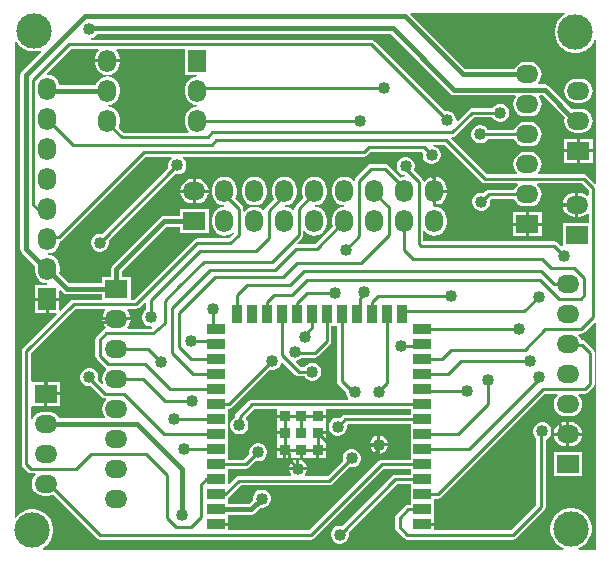
<source format=gbl>
G04*
G04 #@! TF.GenerationSoftware,Altium Limited,Altium Designer,22.10.1 (41)*
G04*
G04 Layer_Physical_Order=2*
G04 Layer_Color=16711680*
%FSTAX24Y24*%
%MOIN*%
G70*
G04*
G04 #@! TF.SameCoordinates,17841630-244F-4CFE-80E3-D5873E1B35FB*
G04*
G04*
G04 #@! TF.FilePolarity,Positive*
G04*
G01*
G75*
%ADD12C,0.0100*%
%ADD33C,0.0150*%
%ADD34R,0.0750X0.0600*%
%ADD35O,0.0600X0.0750*%
%ADD36O,0.0750X0.0600*%
%ADD37R,0.0750X0.0600*%
%ADD38O,0.0750X0.0600*%
%ADD39R,0.0600X0.0750*%
%ADD40C,0.0400*%
%ADD41C,0.1181*%
%ADD42C,0.0100*%
%ADD43R,0.0354X0.0354*%
%ADD44R,0.0591X0.0354*%
%ADD45R,0.0354X0.0591*%
G36*
X03505Y047825D02*
X03542D01*
X035424Y047775D01*
X035346Y047765D01*
X035248Y047724D01*
X035165Y04766D01*
X035101Y047577D01*
X03506Y047479D01*
X035047Y047375D01*
Y047225D01*
X03506Y047121D01*
X035101Y047023D01*
X035165Y04694D01*
X035248Y046876D01*
X035346Y046835D01*
X035422Y046825D01*
Y046775D01*
X035346Y046765D01*
X035248Y046724D01*
X035165Y04666D01*
X035101Y046577D01*
X03506Y046479D01*
X035047Y046375D01*
Y046225D01*
X03506Y046121D01*
X035101Y046023D01*
X035155Y045953D01*
X035136Y045903D01*
X032983D01*
X032818Y046068D01*
X03284Y046121D01*
X032853Y046225D01*
Y046375D01*
X03284Y046479D01*
X032799Y046577D01*
X032735Y04666D01*
X032652Y046724D01*
X032554Y046765D01*
X032478Y046775D01*
Y046825D01*
X032554Y046835D01*
X032652Y046876D01*
X032735Y04694D01*
X032799Y047023D01*
X03284Y047121D01*
X032853Y047225D01*
Y047375D01*
X03284Y047479D01*
X032799Y047577D01*
X032735Y04766D01*
X032652Y047724D01*
X032554Y047765D01*
X032478Y047775D01*
Y047825D01*
X032554Y047835D01*
X032652Y047876D01*
X032735Y04794D01*
X032799Y048023D01*
X03284Y048121D01*
X032853Y048225D01*
Y04825D01*
X03245D01*
X032047D01*
Y048225D01*
X03206Y048121D01*
X032101Y048023D01*
X032165Y04794D01*
X032248Y047876D01*
X032346Y047835D01*
X032422Y047825D01*
Y047775D01*
X032346Y047765D01*
X032248Y047724D01*
X032165Y04766D01*
X032101Y047577D01*
X03206Y047479D01*
X03206Y047478D01*
X030846D01*
X03084Y047529D01*
X030799Y047627D01*
X030735Y04771D01*
X030652Y047774D01*
X030554Y047815D01*
X03045Y047828D01*
X03044Y047827D01*
X030418Y047872D01*
X031243Y048697D01*
X032136D01*
X032155Y048647D01*
X032101Y048577D01*
X03206Y048479D01*
X032047Y048375D01*
Y04835D01*
X03245D01*
X032853D01*
Y048375D01*
X03284Y048479D01*
X032799Y048577D01*
X032745Y048647D01*
X032764Y048697D01*
X03505D01*
Y047825D01*
D02*
G37*
G36*
X047701Y049847D02*
X04761Y049786D01*
X047514Y04969D01*
X047438Y049577D01*
X047386Y049451D01*
X047359Y049318D01*
Y049182D01*
X047386Y049049D01*
X047438Y048923D01*
X047514Y04881D01*
X04761Y048714D01*
X047723Y048638D01*
X047849Y048586D01*
X047982Y048559D01*
X048118D01*
X048251Y048586D01*
X048377Y048638D01*
X04849Y048714D01*
X048586Y04881D01*
X048662Y048923D01*
X048697Y049008D01*
X048747Y048998D01*
Y044225D01*
X048701Y044205D01*
X048438Y044468D01*
X048389Y044501D01*
X04833Y044513D01*
X046821D01*
X046805Y04456D01*
X04681Y044565D01*
X046874Y044648D01*
X046915Y044746D01*
X046928Y04485D01*
X046915Y044954D01*
X046874Y045052D01*
X04681Y045135D01*
X046727Y045199D01*
X046629Y04524D01*
X046525Y045253D01*
X046375D01*
X046271Y04524D01*
X046173Y045199D01*
X04609Y045135D01*
X046026Y045052D01*
X045985Y044954D01*
X045972Y04485D01*
X045985Y044746D01*
X046026Y044648D01*
X04609Y044565D01*
X046095Y04456D01*
X046079Y044513D01*
X045103D01*
X04391Y045707D01*
X043929Y045753D01*
X043951D01*
X044009Y045764D01*
X044059Y045798D01*
X044668Y046407D01*
X045282D01*
X0453Y046376D01*
X045356Y04632D01*
X045424Y04628D01*
X0455Y04626D01*
X04558D01*
X045656Y04628D01*
X045724Y04632D01*
X04578Y046376D01*
X04582Y046444D01*
X04584Y046521D01*
Y046599D01*
X04582Y046676D01*
X04578Y046744D01*
X045724Y0468D01*
X045656Y04684D01*
X04558Y04686D01*
X0455D01*
X045424Y04684D01*
X045356Y0468D01*
X0453Y046744D01*
X045282Y046713D01*
X044605D01*
X044546Y046701D01*
X044497Y046668D01*
X04412Y046291D01*
X04407Y046312D01*
Y04636D01*
X04405Y046436D01*
X04401Y046504D01*
X043954Y04656D01*
X043886Y0466D01*
X043809Y04662D01*
X043731D01*
X043696Y046611D01*
X041348Y048958D01*
X041299Y048991D01*
X04124Y049003D01*
X031907D01*
X0319Y049053D01*
X031966Y04907D01*
X032034Y04911D01*
X03209Y049166D01*
X032111Y049202D01*
X041886D01*
X043884Y047204D01*
X043942Y047165D01*
X04401Y047152D01*
X04401Y047152D01*
X046039D01*
X046064Y047102D01*
X046026Y047052D01*
X045985Y046954D01*
X045972Y04685D01*
X045985Y046746D01*
X046026Y046648D01*
X04609Y046565D01*
X046173Y046501D01*
X046271Y04646D01*
X046375Y046447D01*
X046525D01*
X046629Y04646D01*
X046727Y046501D01*
X04681Y046565D01*
X046874Y046648D01*
X046915Y046746D01*
X046928Y04685D01*
X046915Y046954D01*
X046874Y047052D01*
X046836Y047102D01*
X046861Y047152D01*
X046946D01*
X047688Y04641D01*
X047685Y046404D01*
X047672Y0463D01*
X047685Y046196D01*
X047726Y046098D01*
X04779Y046015D01*
X047873Y045951D01*
X047971Y04591D01*
X048075Y045897D01*
X048225D01*
X048329Y04591D01*
X048427Y045951D01*
X04851Y046015D01*
X048574Y046098D01*
X048615Y046196D01*
X048628Y0463D01*
X048615Y046404D01*
X048574Y046502D01*
X04851Y046585D01*
X048427Y046649D01*
X048329Y04669D01*
X048225Y046703D01*
X048075D01*
X047971Y04669D01*
X04793Y046673D01*
X047146Y047456D01*
X047088Y047495D01*
X04702Y047508D01*
X046815D01*
X046799Y047556D01*
X04681Y047565D01*
X046874Y047648D01*
X046915Y047746D01*
X046928Y04785D01*
X046915Y047954D01*
X046874Y048052D01*
X04681Y048135D01*
X046727Y048199D01*
X046629Y04824D01*
X046525Y048253D01*
X046375D01*
X046271Y04824D01*
X046173Y048199D01*
X04609Y048135D01*
X046026Y048052D01*
X046016Y048028D01*
X044374D01*
X042551Y049851D01*
X042571Y049897D01*
X047685D01*
X047701Y049847D01*
D02*
G37*
G36*
X044932Y044252D02*
X044981Y044219D01*
X04504Y044207D01*
X046101D01*
X046118Y044157D01*
X04609Y044135D01*
X046026Y044052D01*
X046005Y044003D01*
X04516D01*
X045101Y043991D01*
X045052Y043958D01*
X044984Y043891D01*
X044949Y0439D01*
X044871D01*
X044794Y04388D01*
X044726Y04384D01*
X04467Y043784D01*
X04463Y043716D01*
X04461Y043639D01*
Y043561D01*
X04463Y043484D01*
X04467Y043416D01*
X044726Y04336D01*
X044794Y04332D01*
X044871Y0433D01*
X044949D01*
X045026Y04332D01*
X045094Y04336D01*
X04515Y043416D01*
X04519Y043484D01*
X04521Y043561D01*
Y043639D01*
X045206Y043654D01*
X045241Y043697D01*
X046005D01*
X046026Y043648D01*
X04609Y043565D01*
X046173Y043501D01*
X046271Y04346D01*
X046375Y043447D01*
X046525D01*
X046629Y04346D01*
X046727Y043501D01*
X04681Y043565D01*
X046874Y043648D01*
X046915Y043746D01*
X046928Y04385D01*
X046915Y043954D01*
X046874Y044052D01*
X04681Y044135D01*
X046782Y044157D01*
X046799Y044207D01*
X048267D01*
X048497Y043977D01*
Y043814D01*
X048447Y043795D01*
X048377Y043849D01*
X048279Y04389D01*
X048175Y043903D01*
X04815D01*
Y0435D01*
Y043097D01*
X048175D01*
X048279Y04311D01*
X048377Y043151D01*
X048447Y043205D01*
X048497Y043186D01*
Y0429D01*
X047625D01*
Y042132D01*
X047575Y042111D01*
X047458Y042228D01*
X047409Y042261D01*
X04735Y042273D01*
X042983D01*
Y042614D01*
X043033Y042631D01*
X043065Y04259D01*
X043148Y042526D01*
X043246Y042485D01*
X04335Y042472D01*
X043454Y042485D01*
X043552Y042526D01*
X043635Y04259D01*
X043699Y042673D01*
X04374Y042771D01*
X043753Y042875D01*
Y043025D01*
X04374Y043129D01*
X043699Y043227D01*
X043635Y04331D01*
X043552Y043374D01*
X043454Y043415D01*
X043378Y043425D01*
Y043475D01*
X043454Y043485D01*
X043552Y043526D01*
X043635Y04359D01*
X043699Y043673D01*
X04374Y043771D01*
X043753Y043875D01*
Y0439D01*
X04335D01*
Y04395D01*
X0433D01*
Y044422D01*
X043246Y044415D01*
X043148Y044374D01*
X043065Y04431D01*
X043031Y044267D01*
X042979Y044281D01*
X042971Y044319D01*
X042938Y044368D01*
X04266Y044647D01*
X04267Y044664D01*
X04269Y044741D01*
Y044819D01*
X04267Y044896D01*
X04263Y044964D01*
X042574Y04502D01*
X042506Y04506D01*
X042429Y04508D01*
X042351D01*
X042274Y04506D01*
X042206Y04502D01*
X04215Y044964D01*
X04211Y044896D01*
X04209Y044819D01*
Y044741D01*
X04211Y044664D01*
X04215Y044596D01*
X042206Y04454D01*
X042274Y0445D01*
X042351Y04448D01*
X042352Y044477D01*
X042352Y044473D01*
X042325Y044425D01*
X042246Y044415D01*
X042214Y044402D01*
X041808Y044808D01*
X041759Y044841D01*
X0417Y044853D01*
X04125D01*
X041191Y044841D01*
X041142Y044808D01*
X040742Y044408D01*
X040709Y044359D01*
X040699Y044309D01*
X040652Y044288D01*
X040635Y04431D01*
X040552Y044374D01*
X040454Y044415D01*
X04035Y044428D01*
X040246Y044415D01*
X040148Y044374D01*
X040065Y04431D01*
X040001Y044227D01*
X03996Y044129D01*
X039947Y044025D01*
Y043875D01*
X03996Y043771D01*
X040001Y043673D01*
X040065Y04359D01*
X040148Y043526D01*
X040246Y043485D01*
X040322Y043475D01*
Y043425D01*
X040246Y043415D01*
X040148Y043374D01*
X040065Y04331D01*
X040001Y043227D01*
X03996Y043129D01*
X039947Y043025D01*
Y042875D01*
X03996Y042776D01*
X039357Y042173D01*
X03879D01*
X038769Y042223D01*
X038938Y042392D01*
X038971Y042441D01*
X038983Y0425D01*
Y042614D01*
X039033Y042631D01*
X039065Y04259D01*
X039148Y042526D01*
X039246Y042485D01*
X03935Y042472D01*
X039454Y042485D01*
X039552Y042526D01*
X039635Y04259D01*
X039699Y042673D01*
X03974Y042771D01*
X039753Y042875D01*
Y043025D01*
X03974Y043129D01*
X039699Y043227D01*
X039635Y04331D01*
X039552Y043374D01*
X039454Y043415D01*
X039378Y043425D01*
Y043475D01*
X039454Y043485D01*
X039552Y043526D01*
X039635Y04359D01*
X039699Y043673D01*
X03974Y043771D01*
X039753Y043875D01*
Y044025D01*
X03974Y044129D01*
X039699Y044227D01*
X039635Y04431D01*
X039552Y044374D01*
X039454Y044415D01*
X03935Y044428D01*
X039246Y044415D01*
X039148Y044374D01*
X039065Y04431D01*
X039001Y044227D01*
X03896Y044129D01*
X038947Y044025D01*
Y043875D01*
X03896Y043771D01*
X038979Y043725D01*
X038722Y043468D01*
X038689Y043419D01*
X038677Y04336D01*
Y04333D01*
X038627Y043317D01*
X038552Y043374D01*
X038454Y043415D01*
X038378Y043425D01*
Y043475D01*
X038454Y043485D01*
X038552Y043526D01*
X038635Y04359D01*
X038699Y043673D01*
X03874Y043771D01*
X038753Y043875D01*
Y044025D01*
X03874Y044129D01*
X038699Y044227D01*
X038635Y04431D01*
X038552Y044374D01*
X038454Y044415D01*
X03835Y044428D01*
X038246Y044415D01*
X038148Y044374D01*
X038065Y04431D01*
X038001Y044227D01*
X03796Y044129D01*
X037947Y044025D01*
Y043875D01*
X03796Y043771D01*
X037997Y043683D01*
X037717Y043403D01*
X037684Y043354D01*
X03768Y043334D01*
X037662Y043325D01*
X037626Y043318D01*
X037552Y043374D01*
X037454Y043415D01*
X037378Y043425D01*
Y043475D01*
X037454Y043485D01*
X037552Y043526D01*
X037635Y04359D01*
X037699Y043673D01*
X03774Y043771D01*
X037753Y043875D01*
Y044025D01*
X03774Y044129D01*
X037699Y044227D01*
X037635Y04431D01*
X037552Y044374D01*
X037454Y044415D01*
X03735Y044428D01*
X037246Y044415D01*
X037148Y044374D01*
X037065Y04431D01*
X037001Y044227D01*
X03696Y044129D01*
X036947Y044025D01*
Y043875D01*
X03696Y043771D01*
X037001Y043673D01*
X037065Y04359D01*
X037148Y043526D01*
X037246Y043485D01*
X037322Y043475D01*
Y043425D01*
X037246Y043415D01*
X037148Y043374D01*
X037065Y04331D01*
X037033Y043269D01*
X036983Y043286D01*
Y04337D01*
X036971Y043429D01*
X036938Y043478D01*
X036712Y043704D01*
X03674Y043771D01*
X036753Y043875D01*
Y044025D01*
X03674Y044129D01*
X036699Y044227D01*
X036635Y04431D01*
X036552Y044374D01*
X036454Y044415D01*
X03635Y044428D01*
X036246Y044415D01*
X036148Y044374D01*
X036065Y04431D01*
X036001Y044227D01*
X03596Y044129D01*
X035947Y044025D01*
Y043875D01*
X03596Y043771D01*
X036001Y043673D01*
X036065Y04359D01*
X036148Y043526D01*
X036246Y043485D01*
X036322Y043475D01*
Y043425D01*
X036246Y043415D01*
X036148Y043374D01*
X036065Y04331D01*
X036001Y043227D01*
X03596Y043129D01*
X035947Y043025D01*
Y042875D01*
X03596Y042771D01*
X036001Y042673D01*
X036065Y04259D01*
X036148Y042526D01*
X036246Y042485D01*
X03635Y042472D01*
X036454Y042485D01*
X036552Y042526D01*
X036624Y042581D01*
X036657Y042544D01*
X036487Y042373D01*
X035449D01*
X035391Y042361D01*
X035341Y042328D01*
X033346Y040333D01*
X033225D01*
Y0411D01*
X032928D01*
Y041276D01*
X034424Y042772D01*
X034875D01*
Y04255D01*
X035825D01*
Y04335D01*
X034875D01*
Y043128D01*
X03435D01*
X03435Y043128D01*
X034282Y043115D01*
X034224Y043076D01*
X034224Y043076D01*
X032624Y041476D01*
X032585Y041418D01*
X032572Y04135D01*
Y0411D01*
X032275D01*
Y040878D01*
X031174D01*
X030845Y041208D01*
X030853Y041275D01*
Y041425D01*
X03084Y041529D01*
X030799Y041627D01*
X030735Y04171D01*
X030652Y041774D01*
X030554Y041815D01*
X030478Y041825D01*
Y041875D01*
X030554Y041885D01*
X030652Y041926D01*
X030735Y04199D01*
X030799Y042073D01*
X03084Y042171D01*
X030853Y042275D01*
Y04228D01*
X030899Y042289D01*
X030948Y042322D01*
X033723Y045097D01*
X034577D01*
X034592Y045061D01*
X034593Y045047D01*
X03454Y044994D01*
X0345Y044926D01*
X03448Y04485D01*
Y04477D01*
X034489Y044736D01*
X032274Y042521D01*
X032239Y04253D01*
X03216D01*
X032084Y04251D01*
X032016Y04247D01*
X03196Y042414D01*
X03192Y042346D01*
X0319Y04227D01*
Y04219D01*
X03192Y042114D01*
X03196Y042046D01*
X032016Y04199D01*
X032084Y04195D01*
X03216Y04193D01*
X032239D01*
X032316Y04195D01*
X032384Y04199D01*
X03244Y042046D01*
X03248Y042114D01*
X0325Y04219D01*
Y04227D01*
X032491Y042304D01*
X034706Y044519D01*
X034741Y04451D01*
X03482D01*
X034896Y04453D01*
X034964Y04457D01*
X03502Y044626D01*
X03506Y044694D01*
X03508Y04477D01*
Y04485D01*
X03506Y044926D01*
X03502Y044994D01*
X034967Y045047D01*
X034968Y045061D01*
X034983Y045097D01*
X041D01*
X041059Y045109D01*
X041108Y045142D01*
X041219Y045253D01*
X042924D01*
X042959Y04521D01*
X042955Y045195D01*
Y045115D01*
X042975Y045039D01*
X043015Y044971D01*
X043071Y044915D01*
X043139Y044875D01*
X043215Y044855D01*
X043295D01*
X043371Y044875D01*
X043439Y044915D01*
X043495Y044971D01*
X043535Y045039D01*
X043555Y045115D01*
Y045195D01*
X043535Y045271D01*
X043495Y045339D01*
X043439Y045395D01*
X043371Y045435D01*
X043303Y045453D01*
X043309Y045503D01*
X043681D01*
X044932Y044252D01*
D02*
G37*
G36*
X029464Y04886D02*
X02956Y048764D01*
X029673Y048688D01*
X029799Y048636D01*
X029932Y048609D01*
X030068D01*
X030201Y048636D01*
X030221Y048644D01*
X030249Y048602D01*
X029594Y047946D01*
X029555Y047888D01*
X029542Y04782D01*
Y042027D01*
X029555Y041958D01*
X029594Y041901D01*
X030038Y041456D01*
X030038Y041456D01*
X03005Y041448D01*
X030047Y041425D01*
Y041275D01*
X03006Y041171D01*
X030101Y041073D01*
X030165Y04099D01*
X030248Y040926D01*
X030346Y040885D01*
X030424Y040875D01*
X03042Y040825D01*
X03005D01*
Y0404D01*
X03085D01*
Y040632D01*
X030896Y040651D01*
X030974Y040574D01*
X031032Y040535D01*
X0311Y040522D01*
X0311Y040522D01*
X032275D01*
Y040333D01*
X03132D01*
X031261Y040321D01*
X031212Y040288D01*
X030896Y039972D01*
X03085Y039992D01*
Y0403D01*
X0305D01*
Y039875D01*
X030733D01*
X030753Y039829D01*
X029642Y038718D01*
X029609Y038669D01*
X029597Y03861D01*
Y03485D01*
X029609Y034791D01*
X029642Y034742D01*
X029792Y034592D01*
X029841Y034559D01*
X0299Y034547D01*
X030042D01*
X030059Y0345D01*
X03004Y034485D01*
X029976Y034402D01*
X029935Y034304D01*
X029922Y0342D01*
X029935Y034096D01*
X029976Y033998D01*
X03004Y033915D01*
X030123Y033851D01*
X030221Y03381D01*
X030325Y033797D01*
X030475D01*
X030579Y03381D01*
X030646Y033838D01*
X032102Y032382D01*
X032151Y032349D01*
X03221Y032337D01*
X03924D01*
X039299Y032349D01*
X039348Y032382D01*
X041663Y034697D01*
X042555D01*
Y034503D01*
X04205D01*
X041991Y034491D01*
X041942Y034458D01*
X040274Y032791D01*
X04024Y0328D01*
X04016D01*
X040084Y03278D01*
X040016Y03274D01*
X03996Y032684D01*
X03992Y032616D01*
X0399Y03254D01*
Y03246D01*
X03992Y032384D01*
X03996Y032316D01*
X040016Y03226D01*
X040084Y03222D01*
X04016Y0322D01*
X04024D01*
X040316Y03222D01*
X040384Y03226D01*
X04044Y032316D01*
X04048Y032384D01*
X0405Y03246D01*
Y03254D01*
X040491Y032574D01*
X042113Y034197D01*
X042555D01*
Y034073D01*
Y033503D01*
X04248D01*
X042421Y033491D01*
X042372Y033458D01*
X042082Y033168D01*
X042049Y033119D01*
X042037Y03306D01*
Y03275D01*
X042049Y032691D01*
X042082Y032642D01*
X042342Y032382D01*
X042391Y032349D01*
X04245Y032337D01*
X04596D01*
X046019Y032349D01*
X046068Y032382D01*
X047008Y033322D01*
X047041Y033371D01*
X047053Y03343D01*
Y035667D01*
X047066Y03567D01*
X047134Y03571D01*
X04719Y035766D01*
X04723Y035834D01*
X04725Y03591D01*
Y035989D01*
X04723Y036066D01*
X04719Y036134D01*
X047134Y03619D01*
X047066Y03623D01*
X046989Y03625D01*
X046911D01*
X046834Y03623D01*
X046766Y03619D01*
X04671Y036134D01*
X04667Y036066D01*
X04665Y035989D01*
Y03591D01*
X04667Y035834D01*
X04671Y035766D01*
X046747Y035729D01*
Y033493D01*
X045897Y032643D01*
X043345D01*
Y0328D01*
X04295D01*
Y0329D01*
X043345D01*
Y033073D01*
Y033697D01*
X043469D01*
X043528Y033709D01*
X043577Y033742D01*
X047033Y037197D01*
X047442D01*
X047459Y03715D01*
X04744Y037135D01*
X047376Y037052D01*
X047335Y036954D01*
X047322Y03685D01*
X047335Y036746D01*
X047376Y036648D01*
X04744Y036565D01*
X047523Y036501D01*
X047621Y03646D01*
X047725Y036447D01*
X047875D01*
X047979Y03646D01*
X048077Y036501D01*
X04816Y036565D01*
X048224Y036648D01*
X048265Y036746D01*
X048278Y03685D01*
X048265Y036954D01*
X048224Y037052D01*
X04816Y037135D01*
X048141Y03715D01*
X048158Y037197D01*
X048369D01*
X048428Y037209D01*
X048477Y037242D01*
X04864Y037404D01*
X048673Y037454D01*
X048685Y037513D01*
Y038568D01*
X048673Y038627D01*
X04864Y038676D01*
X048375Y038942D01*
X048325Y038975D01*
X048266Y038987D01*
X048251D01*
X048224Y039052D01*
X04816Y039135D01*
X048141Y03915D01*
X048158Y039197D01*
X04825D01*
X048309Y039209D01*
X048358Y039242D01*
X048701Y039585D01*
X048747Y039565D01*
Y032003D01*
X048152D01*
X048142Y032053D01*
X048227Y032088D01*
X04834Y032164D01*
X048436Y03226D01*
X048512Y032373D01*
X048564Y032499D01*
X048591Y032632D01*
Y032768D01*
X048564Y032901D01*
X048512Y033027D01*
X048436Y03314D01*
X04834Y033236D01*
X048227Y033312D01*
X048101Y033364D01*
X047968Y033391D01*
X047832D01*
X047699Y033364D01*
X047573Y033312D01*
X04746Y033236D01*
X047364Y03314D01*
X047288Y033027D01*
X047236Y032901D01*
X047209Y032768D01*
Y032632D01*
X047236Y032499D01*
X047288Y032373D01*
X047364Y03226D01*
X04746Y032164D01*
X047573Y032088D01*
X047658Y032053D01*
X047648Y032003D01*
X030315D01*
X030299Y032053D01*
X03039Y032114D01*
X030486Y03221D01*
X030562Y032323D01*
X030614Y032449D01*
X030641Y032582D01*
Y032718D01*
X030614Y032851D01*
X030562Y032977D01*
X030486Y03309D01*
X03039Y033186D01*
X030277Y033262D01*
X030151Y033314D01*
X030018Y033341D01*
X029882D01*
X029749Y033314D01*
X029623Y033262D01*
X02951Y033186D01*
X029414Y03309D01*
X029401Y033071D01*
X029353Y033086D01*
Y048935D01*
X029403Y048951D01*
X029464Y04886D01*
D02*
G37*
G36*
X033747Y040236D02*
Y040008D01*
X033716Y03999D01*
X03366Y039934D01*
X03362Y039866D01*
X0336Y03979D01*
Y039711D01*
X03362Y039634D01*
X03366Y039566D01*
X033716Y03951D01*
X033784Y03947D01*
X03386Y03945D01*
X033913D01*
X033931Y0394D01*
X033885Y039361D01*
X033119D01*
X033103Y039409D01*
X03311Y039415D01*
X033174Y039498D01*
X033215Y039596D01*
X033222Y03965D01*
X03275D01*
X032278D01*
X032285Y039596D01*
X032326Y039498D01*
X03239Y039415D01*
X032396Y03941D01*
X032382Y039357D01*
X032345Y03935D01*
X032295Y039317D01*
X032092Y039113D01*
X032059Y039064D01*
X032047Y039005D01*
Y03847D01*
X032059Y038411D01*
X032092Y038362D01*
X032372Y038082D01*
X032405Y03806D01*
X032413Y038003D01*
X03239Y037985D01*
X032326Y037902D01*
X032285Y037804D01*
X032272Y0377D01*
X032285Y037596D01*
X032309Y037538D01*
X032267Y037509D01*
X032132Y037644D01*
X03215Y03771D01*
Y037789D01*
X03213Y037866D01*
X03209Y037934D01*
X032034Y03799D01*
X031966Y03803D01*
X03189Y03805D01*
X031811D01*
X031734Y03803D01*
X031666Y03799D01*
X03161Y037934D01*
X03157Y037866D01*
X03155Y037789D01*
Y03771D01*
X03157Y037634D01*
X03161Y037566D01*
X031666Y03751D01*
X031734Y03747D01*
X031811Y03745D01*
X03189D01*
X031893Y037451D01*
X032252Y037092D01*
X032301Y037059D01*
X03236Y037047D01*
X032392D01*
X032409Y037D01*
X03239Y036985D01*
X032326Y036902D01*
X032285Y036804D01*
X032272Y0367D01*
X032285Y036596D01*
X032326Y036498D01*
X032379Y036428D01*
X03236Y036378D01*
X030834D01*
X030824Y036402D01*
X03076Y036485D01*
X030677Y036549D01*
X030579Y03659D01*
X030475Y036603D01*
X030325D01*
X030221Y03659D01*
X030123Y036549D01*
X03004Y036485D01*
X029976Y036402D01*
X029953Y036347D01*
X029903Y036357D01*
Y036759D01*
X029925Y0368D01*
X029953Y0368D01*
X03035D01*
Y0372D01*
Y0376D01*
X029953D01*
X029925Y0376D01*
X029903Y037641D01*
Y038547D01*
X031383Y040027D01*
X03237D01*
X032383Y039977D01*
X032326Y039902D01*
X032285Y039804D01*
X032278Y03975D01*
X03275D01*
X033222D01*
X033215Y039804D01*
X033174Y039902D01*
X033117Y039977D01*
X03313Y040027D01*
X033409D01*
X033468Y040039D01*
X033517Y040072D01*
X033701Y040255D01*
X033747Y040236D01*
D02*
G37*
G36*
X040102Y037615D02*
X040114Y037556D01*
X040147Y037507D01*
X0404Y037254D01*
Y037211D01*
X04042Y037134D01*
X04046Y037066D01*
X040473Y037053D01*
X040452Y037003D01*
X03727D01*
X037211Y036991D01*
X037162Y036958D01*
X036749Y036546D01*
X036716Y036496D01*
X036705Y036437D01*
Y036412D01*
X036666Y03639D01*
X03661Y036334D01*
X03657Y036266D01*
X03655Y036189D01*
Y03611D01*
X03657Y036034D01*
X03661Y035966D01*
X036666Y03591D01*
X036734Y03587D01*
X036811Y03585D01*
X03689D01*
X036966Y03587D01*
X037034Y03591D01*
X03709Y035966D01*
X03713Y036034D01*
X03715Y03611D01*
Y036189D01*
X03713Y036266D01*
X03709Y036334D01*
X037066Y036359D01*
X037064Y036428D01*
X037333Y036697D01*
X038086D01*
Y036491D01*
X038363D01*
Y036391D01*
X038086D01*
Y036163D01*
Y035939D01*
X038363D01*
Y035839D01*
X038086D01*
Y035612D01*
Y035388D01*
X038363D01*
Y035338D01*
X038413D01*
Y035061D01*
X038865D01*
Y035338D01*
X038965D01*
Y035061D01*
X039416D01*
Y035338D01*
X039466D01*
Y035388D01*
X039743D01*
Y035612D01*
Y035839D01*
X039466D01*
Y035939D01*
X039743D01*
Y036163D01*
Y036391D01*
X039466D01*
Y036491D01*
X039743D01*
Y036697D01*
X042555D01*
Y036503D01*
X04038D01*
X040321Y036491D01*
X040272Y036458D01*
X040204Y036391D01*
X04017Y0364D01*
X04009D01*
X040014Y03638D01*
X039946Y03634D01*
X03989Y036284D01*
X03985Y036216D01*
X03983Y03614D01*
Y036061D01*
X03985Y035984D01*
X03989Y035916D01*
X039946Y03586D01*
X040014Y03582D01*
X04009Y0358D01*
X04017D01*
X040246Y03582D01*
X040314Y03586D01*
X04037Y035916D01*
X04041Y035984D01*
X04043Y036061D01*
Y03614D01*
X040426Y036154D01*
X040461Y036197D01*
X042555D01*
Y035573D01*
Y035003D01*
X0416D01*
X041541Y034991D01*
X041492Y034958D01*
X039177Y032643D01*
X036456D01*
Y0328D01*
X03606D01*
Y0329D01*
X036456D01*
Y033172D01*
X03725D01*
X037318Y033185D01*
X037376Y033224D01*
X037554Y033402D01*
X037561Y0334D01*
X03764D01*
X037716Y03342D01*
X037784Y03346D01*
X03784Y033516D01*
X03788Y033584D01*
X0379Y033661D01*
Y03374D01*
X03788Y033816D01*
X03784Y033884D01*
X037784Y03394D01*
X037716Y03398D01*
X03764Y034D01*
X037561D01*
X037484Y03398D01*
X037416Y03394D01*
X03736Y033884D01*
X03732Y033816D01*
X0373Y03374D01*
Y033661D01*
X037302Y033654D01*
X037176Y033528D01*
X036456D01*
Y03372D01*
X036488Y033742D01*
X036893Y034147D01*
X03985D01*
X039909Y034159D01*
X039958Y034192D01*
X040516Y034749D01*
X04055Y03474D01*
X04063D01*
X040706Y03476D01*
X040774Y0348D01*
X04083Y034856D01*
X04087Y034924D01*
X04089Y035001D01*
Y03508D01*
X04087Y035156D01*
X04083Y035224D01*
X040774Y03528D01*
X040706Y03532D01*
X04063Y03534D01*
X04055D01*
X040474Y03532D01*
X040406Y03528D01*
X04035Y035224D01*
X04031Y035156D01*
X04029Y03508D01*
Y035001D01*
X040299Y034966D01*
X039787Y034453D01*
X039048D01*
X039027Y034503D01*
X03904Y034516D01*
X03908Y034584D01*
X039097Y03465D01*
X038503D01*
X03852Y034584D01*
X03856Y034516D01*
X038573Y034503D01*
X038552Y034453D01*
X03683D01*
X036771Y034441D01*
X036722Y034408D01*
X036502Y034188D01*
X036456Y034207D01*
Y034697D01*
X03707D01*
X037129Y034709D01*
X037178Y034742D01*
X037396Y034959D01*
X037431Y03495D01*
X03751D01*
X037586Y03497D01*
X037654Y03501D01*
X03771Y035066D01*
X03775Y035134D01*
X03777Y03521D01*
Y035289D01*
X03775Y035366D01*
X03771Y035434D01*
X037654Y03549D01*
X037586Y03553D01*
X03751Y03555D01*
X037431D01*
X037354Y03553D01*
X037286Y03549D01*
X03723Y035434D01*
X03719Y035366D01*
X03717Y035289D01*
Y03521D01*
X037179Y035176D01*
X037007Y035003D01*
X036456D01*
Y035573D01*
Y036073D01*
Y036697D01*
X0365D01*
X036559Y036709D01*
X036608Y036742D01*
X037876Y038009D01*
X03791Y038D01*
X037989D01*
X038066Y03802D01*
X038134Y03806D01*
X03819Y038116D01*
X03823Y038184D01*
X03824Y038223D01*
X038296Y038238D01*
X038715Y037819D01*
X038765Y037786D01*
X038823Y037774D01*
X039019D01*
X039037Y037743D01*
X039093Y037687D01*
X039161Y037647D01*
X039237Y037627D01*
X039316D01*
X039393Y037647D01*
X039461Y037687D01*
X039517Y037743D01*
X039556Y037811D01*
X039577Y037887D01*
Y037966D01*
X039556Y038043D01*
X039517Y038111D01*
X039461Y038167D01*
X039393Y038206D01*
X039316Y038227D01*
X039237D01*
X039161Y038206D01*
X039093Y038167D01*
X039037Y038111D01*
X039019Y03808D01*
X038886D01*
X038712Y038254D01*
X038732Y0383D01*
X03874D01*
X038816Y03832D01*
X038884Y03836D01*
X038921Y038397D01*
X039353D01*
X039412Y038409D01*
X039461Y038442D01*
X039863Y038844D01*
X039896Y038894D01*
X039908Y038952D01*
Y039447D01*
X040102D01*
Y037615D01*
D02*
G37*
%LPC*%
G36*
X048225Y047703D02*
X048075D01*
X047971Y04769D01*
X047873Y047649D01*
X04779Y047585D01*
X047726Y047502D01*
X047685Y047404D01*
X047672Y0473D01*
X047685Y047196D01*
X047726Y047098D01*
X04779Y047015D01*
X047873Y046951D01*
X047971Y04691D01*
X048075Y046897D01*
X048225D01*
X048329Y04691D01*
X048427Y046951D01*
X04851Y047015D01*
X048574Y047098D01*
X048615Y047196D01*
X048628Y0473D01*
X048615Y047404D01*
X048574Y047502D01*
X04851Y047585D01*
X048427Y047649D01*
X048329Y04769D01*
X048225Y047703D01*
D02*
G37*
G36*
X046525Y046253D02*
X046375D01*
X046271Y04624D01*
X046173Y046199D01*
X04609Y046135D01*
X046026Y046052D01*
X046005Y046003D01*
X045133D01*
X045115Y046034D01*
X045059Y04609D01*
X044991Y04613D01*
X044914Y04615D01*
X044836D01*
X044759Y04613D01*
X044691Y04609D01*
X044635Y046034D01*
X044595Y045966D01*
X044575Y04589D01*
Y04581D01*
X044595Y045734D01*
X044635Y045666D01*
X044691Y04561D01*
X044759Y04557D01*
X044836Y04555D01*
X044914D01*
X044991Y04557D01*
X045059Y04561D01*
X045115Y045666D01*
X045133Y045697D01*
X046005D01*
X046026Y045648D01*
X04609Y045565D01*
X046173Y045501D01*
X046271Y04546D01*
X046375Y045447D01*
X046525D01*
X046629Y04546D01*
X046727Y045501D01*
X04681Y045565D01*
X046874Y045648D01*
X046915Y045746D01*
X046928Y04585D01*
X046915Y045954D01*
X046874Y046052D01*
X04681Y046135D01*
X046727Y046199D01*
X046629Y04624D01*
X046525Y046253D01*
D02*
G37*
G36*
X048625Y0457D02*
X0482D01*
Y04535D01*
X048625D01*
Y0457D01*
D02*
G37*
G36*
X0481D02*
X047675D01*
Y04535D01*
X0481D01*
Y0457D01*
D02*
G37*
G36*
X048625Y04525D02*
X0482D01*
Y0449D01*
X048625D01*
Y04525D01*
D02*
G37*
G36*
X0481D02*
X047675D01*
Y0449D01*
X0481D01*
Y04525D01*
D02*
G37*
G36*
X0434Y044422D02*
Y044D01*
X043753D01*
Y044025D01*
X04374Y044129D01*
X043699Y044227D01*
X043635Y04431D01*
X043552Y044374D01*
X043454Y044415D01*
X0434Y044422D01*
D02*
G37*
G36*
X035425Y044353D02*
X0354D01*
Y044D01*
X035822D01*
X035815Y044054D01*
X035774Y044152D01*
X03571Y044235D01*
X035627Y044299D01*
X035529Y04434D01*
X035425Y044353D01*
D02*
G37*
G36*
X0353D02*
X035275D01*
X035171Y04434D01*
X035073Y044299D01*
X03499Y044235D01*
X034926Y044152D01*
X034885Y044054D01*
X034878Y044D01*
X0353D01*
Y044353D01*
D02*
G37*
G36*
X04805Y043903D02*
X048025D01*
X047921Y04389D01*
X047823Y043849D01*
X04774Y043785D01*
X047676Y043702D01*
X047635Y043604D01*
X047628Y04355D01*
X04805D01*
Y043903D01*
D02*
G37*
G36*
X035822Y0439D02*
X0354D01*
Y043547D01*
X035425D01*
X035529Y04356D01*
X035627Y043601D01*
X03571Y043665D01*
X035774Y043748D01*
X035815Y043846D01*
X035822Y0439D01*
D02*
G37*
G36*
X0353D02*
X034878D01*
X034885Y043846D01*
X034926Y043748D01*
X03499Y043665D01*
X035073Y043601D01*
X035171Y04356D01*
X035275Y043547D01*
X0353D01*
Y0439D01*
D02*
G37*
G36*
X04805Y04345D02*
X047628D01*
X047635Y043396D01*
X047676Y043298D01*
X04774Y043215D01*
X047823Y043151D01*
X047921Y04311D01*
X048025Y043097D01*
X04805D01*
Y04345D01*
D02*
G37*
G36*
X046925Y04325D02*
X0465D01*
Y0429D01*
X046925D01*
Y04325D01*
D02*
G37*
G36*
X0464D02*
X045975D01*
Y0429D01*
X0464D01*
Y04325D01*
D02*
G37*
G36*
X046925Y0428D02*
X0465D01*
Y04245D01*
X046925D01*
Y0428D01*
D02*
G37*
G36*
X0464D02*
X045975D01*
Y04245D01*
X0464D01*
Y0428D01*
D02*
G37*
G36*
X0304Y0403D02*
X03005D01*
Y039875D01*
X0304D01*
Y0403D01*
D02*
G37*
G36*
X047875Y036253D02*
X04785D01*
Y0359D01*
X048272D01*
X048265Y035954D01*
X048224Y036052D01*
X04816Y036135D01*
X048077Y036199D01*
X047979Y03624D01*
X047875Y036253D01*
D02*
G37*
G36*
X04775D02*
X047725D01*
X047621Y03624D01*
X047523Y036199D01*
X04744Y036135D01*
X047376Y036052D01*
X047335Y035954D01*
X047328Y0359D01*
X04775D01*
Y036253D01*
D02*
G37*
G36*
X048272Y0358D02*
X04785D01*
Y035447D01*
X047875D01*
X047979Y03546D01*
X048077Y035501D01*
X04816Y035565D01*
X048224Y035648D01*
X048265Y035746D01*
X048272Y0358D01*
D02*
G37*
G36*
X04775D02*
X047328D01*
X047335Y035746D01*
X047376Y035648D01*
X04744Y035565D01*
X047523Y035501D01*
X047621Y03546D01*
X047725Y035447D01*
X04775D01*
Y0358D01*
D02*
G37*
G36*
X048275Y03525D02*
X047325D01*
Y03445D01*
X048275D01*
Y03525D01*
D02*
G37*
G36*
X03045Y0376D02*
Y03725D01*
X030875D01*
Y0376D01*
X03045D01*
D02*
G37*
G36*
X030875Y03715D02*
X03045D01*
Y0368D01*
X030875D01*
Y03715D01*
D02*
G37*
G36*
X04155Y035797D02*
Y03555D01*
X041797D01*
X04178Y035616D01*
X04174Y035684D01*
X041684Y03574D01*
X041616Y03578D01*
X04155Y035797D01*
D02*
G37*
G36*
X04145D02*
X041384Y03578D01*
X041316Y03574D01*
X04126Y035684D01*
X04122Y035616D01*
X041203Y03555D01*
X04145D01*
Y035797D01*
D02*
G37*
G36*
X041797Y03545D02*
X04155D01*
Y035203D01*
X041616Y03522D01*
X041684Y03526D01*
X04174Y035316D01*
X04178Y035384D01*
X041797Y03545D01*
D02*
G37*
G36*
X04145D02*
X041203D01*
X04122Y035384D01*
X04126Y035316D01*
X041316Y03526D01*
X041384Y03522D01*
X04145Y035203D01*
Y03545D01*
D02*
G37*
G36*
X039743Y035288D02*
X039516D01*
Y035061D01*
X039743D01*
Y035288D01*
D02*
G37*
G36*
X038313D02*
X038086D01*
Y035061D01*
X038313D01*
Y035288D01*
D02*
G37*
G36*
X03885Y034997D02*
Y03475D01*
X039097D01*
X03908Y034816D01*
X03904Y034884D01*
X038984Y03494D01*
X038916Y03498D01*
X03885Y034997D01*
D02*
G37*
G36*
X03875D02*
X038684Y03498D01*
X038616Y03494D01*
X03856Y034884D01*
X03852Y034816D01*
X038503Y03475D01*
X03875D01*
Y034997D01*
D02*
G37*
%LPD*%
D12*
X03905Y0391D02*
Y039181D01*
X039255Y039386D01*
Y039842D01*
X0387Y0386D02*
X03875Y03855D01*
X039353D01*
X039755Y038952D01*
X038491Y035009D02*
X0388Y0347D01*
X03985Y0343D02*
X04059Y03504D01*
X03638Y03385D02*
X03683Y0343D01*
X03985D01*
X038491Y035009D02*
Y035211D01*
X038363Y035338D02*
X038491Y035211D01*
X03185Y03771D02*
Y03775D01*
Y03771D02*
X03236Y0372D01*
X02975Y03861D02*
X03132Y04018D01*
X02975Y03485D02*
Y03861D01*
Y03485D02*
X0299Y0347D01*
X0314D01*
X0319Y0352D01*
X03372D01*
X03221Y03249D02*
X03924D01*
X03045Y03425D02*
X03221Y03249D01*
X0304Y0372D02*
Y0383D01*
X031704Y039604D02*
X032654D01*
X0304Y0383D02*
X031704Y039604D01*
X032654D02*
X03275Y0397D01*
X0402Y0325D02*
X04205Y03435D01*
X04295D01*
X03606Y03685D02*
X0365D01*
X03795Y0383D01*
X038255Y038495D02*
X038823Y037927D01*
X038255Y038495D02*
Y039842D01*
X038823Y037927D02*
X039277D01*
X03596Y03935D02*
X03606D01*
X03596D02*
Y04003D01*
X040882Y040401D02*
X041Y040519D01*
X040882Y039969D02*
Y040401D01*
X041Y040519D02*
Y0406D01*
X040755Y039842D02*
X040882Y039969D01*
X0404Y042D02*
X04085Y04245D01*
Y0443D01*
X04089Y04155D02*
X04183Y04249D01*
X03876Y04155D02*
X04089D01*
X03829Y04108D02*
X03876Y04155D01*
X0391Y041D02*
X046875D01*
X0386Y0405D02*
X0391Y041D01*
X046875D02*
X047505Y04037D01*
X03901Y0413D02*
X0469D01*
X03854Y04083D02*
X03901Y0413D01*
X0469D02*
X047334Y040866D01*
X04265Y0417D02*
X04695D01*
X04725Y0414D02*
X048D01*
X04695Y0417D02*
X04725Y0414D01*
X0391Y04055D02*
X04005D01*
X038779Y040229D02*
X0391Y04055D01*
X047334Y040866D02*
X047784D01*
X0478Y04085D01*
X04235Y042D02*
X04265Y0417D01*
X0346Y04005D02*
X03588Y04133D01*
X0346Y03855D02*
X0353Y03785D01*
X0346Y03855D02*
Y04005D01*
X03485Y03875D02*
Y0399D01*
X03603Y04108D01*
X03485Y03875D02*
X03525Y03835D01*
Y03895D02*
X03596D01*
X03606Y03885D01*
X03525Y03835D02*
X03606D01*
X0353Y03785D02*
X03606D01*
X0429Y0388D02*
X04295Y03885D01*
X04225Y0388D02*
X0429D01*
X0469Y03343D02*
Y0359D01*
X04596Y03249D02*
X0469Y03343D01*
Y0359D02*
X04695Y03595D01*
X04665Y0364D02*
X047301D01*
X047521Y03618D01*
X04625Y036D02*
X04665Y0364D01*
X04625Y03379D02*
Y036D01*
X04515Y03685D02*
Y03765D01*
X04415Y03585D02*
X04515Y03685D01*
X043Y0373D02*
X04445D01*
X04295Y03735D02*
X043Y0373D01*
X04295Y03585D02*
X04415D01*
X04685Y0377D02*
Y03775D01*
X0445Y03535D02*
X04685Y0377D01*
X04295Y03535D02*
X0445D01*
X036857Y036157D02*
Y036437D01*
X03727Y03685D01*
X03685Y03615D02*
X036857Y036157D01*
X035Y03535D02*
X03606D01*
X041255Y04025D02*
X041455Y04045D01*
X0439D01*
X03727Y03685D02*
X04295D01*
X04062Y03725D02*
X0407D01*
X040255Y037615D02*
X04062Y03725D01*
X0415Y037305D02*
X041755Y037561D01*
X0415Y03725D02*
Y037305D01*
X041755Y037561D02*
Y039842D01*
X041443Y035443D02*
X0415Y0355D01*
X039Y03285D02*
X041443Y035293D01*
X03606Y03285D02*
X039D01*
X041443Y035293D02*
Y035443D01*
X0416Y03485D02*
X04295D01*
X03924Y03249D02*
X0416Y03485D01*
X039466Y035889D02*
X039855Y0355D01*
X0415D01*
X038005Y0405D02*
X0386D01*
X037755Y04025D02*
X038005Y0405D01*
X038755Y039842D02*
X038779Y039866D01*
Y040229D01*
X041406Y045156D02*
X042589D01*
X035549Y045D02*
X04125D01*
X041406Y045156D01*
X041156Y045406D02*
X043004D01*
X03366Y04525D02*
X041D01*
X041156Y045406D01*
X03045Y04635D02*
X0313Y0455D01*
X035925D01*
X02997Y04764D02*
X03118Y04885D01*
X04124D01*
X0438Y03785D02*
X04424Y03829D01*
X04295Y03785D02*
X0438D01*
X043908Y038658D02*
X046358D01*
X04295Y03835D02*
X0436D01*
X043908Y038658D01*
X04424Y03829D02*
X04655D01*
X04705Y03935D02*
X04825D01*
X046358Y038658D02*
X04705Y03935D01*
X047816Y038834D02*
X048266D01*
X048532Y037513D02*
Y038568D01*
X0478Y03885D02*
X047816Y038834D01*
X048266D02*
X048532Y038568D01*
X048369Y03735D02*
X048532Y037513D01*
X046969Y03735D02*
X048369D01*
X04295Y03385D02*
X043469D01*
X046969Y03735D01*
X04531Y03285D02*
X04625Y03379D01*
X047521Y036159D02*
Y03618D01*
X047749Y03585D02*
Y035931D01*
X047521Y036159D02*
X047749Y035931D01*
Y03585D02*
X0478D01*
X0417Y0447D02*
X04235Y04405D01*
Y04395D02*
Y04405D01*
X04125Y0447D02*
X0417D01*
X03804Y04133D02*
X03873Y04202D01*
X03942D01*
X04035Y04295D01*
X0374Y04195D02*
X037825Y042375D01*
X03554Y04195D02*
X0374D01*
X037825Y042375D02*
Y043295D01*
X03603Y04108D02*
X03829D01*
X03588Y04133D02*
X03804D01*
X032404Y039209D02*
X03394D01*
X033968Y039232D01*
X033968Y039232D02*
X034326Y039529D01*
X034358Y039561D02*
Y040304D01*
X034326Y039529D02*
X034329Y039532D01*
X034329Y039532D02*
X034358Y039561D01*
X03483Y040776D02*
Y040776D01*
X034358Y040304D02*
X03483Y040776D01*
Y040776D02*
X035654Y0416D01*
X03793D01*
X0339Y03975D02*
Y04031D01*
X03554Y04195D01*
X03683Y0425D02*
Y04337D01*
X03635Y04385D02*
Y04395D01*
Y04385D02*
X03683Y04337D01*
X04335Y0435D02*
X04421D01*
X03045Y04243D02*
X03084D01*
X03545Y04738D02*
X04166D01*
X042255Y03994D02*
X04634D01*
X04295Y03935D02*
X04617D01*
X04183Y04249D02*
Y04342D01*
X04135Y0439D02*
X04183Y04342D01*
X04135Y0439D02*
Y04395D01*
X034531Y03735D02*
X03606D01*
X033691Y03819D02*
X034531Y03735D01*
X03248Y03819D02*
X033691D01*
X0322Y03847D02*
X03248Y03819D01*
X0322Y03847D02*
Y039005D01*
X032404Y039209D01*
X03793Y0416D02*
X03883Y0425D01*
Y04336D01*
X03935Y04388D01*
Y04395D01*
X03606Y03385D02*
X03638D01*
X03236Y0372D02*
X033D01*
X03435Y03585D01*
X03606D01*
X035925Y0455D02*
X036081Y045656D01*
X043744D01*
X04504Y04436D01*
X04833D01*
X04865Y04404D01*
Y03975D02*
Y04404D01*
X04825Y03935D02*
X04865Y03975D01*
X04038Y03635D02*
X04295D01*
X04013Y0361D02*
X04038Y03635D01*
X03045Y04235D02*
Y04243D01*
X03084D02*
X03366Y04525D01*
X043004Y045406D02*
X043255Y045155D01*
X03012Y04335D02*
X03045D01*
X02997Y0435D02*
X03012Y04335D01*
X02997Y0435D02*
Y04764D01*
X04124Y04885D02*
X04377Y04632D01*
X041255Y039842D02*
Y04025D01*
X04245Y03249D02*
X04596D01*
X04219Y03275D02*
X04245Y03249D01*
X04219Y03275D02*
Y03306D01*
X04248Y03335D01*
X04295D01*
X03545Y0463D02*
X04087D01*
X04239Y0447D02*
Y04478D01*
Y0447D02*
X04283Y04426D01*
Y0422D02*
Y04426D01*
Y0422D02*
X04291Y04212D01*
X04735D01*
X04768Y04179D01*
X044605Y04656D02*
X04554D01*
X043951Y045906D02*
X044605Y04656D01*
X035951Y045906D02*
X043951D01*
X035795Y04575D02*
X035951Y045906D01*
X03292Y04575D02*
X035795D01*
X03245Y04622D02*
X03292Y04575D01*
X03245Y04622D02*
Y0463D01*
X03545Y0473D02*
Y04738D01*
X03275Y0377D02*
X033625D01*
X03382Y037505D01*
X03437Y03695D01*
X03528D01*
X040255Y037615D02*
Y039842D01*
X044875Y04585D02*
X04645D01*
X03606Y03485D02*
X03707D01*
X03747Y03525D01*
X03655Y04222D02*
X03683Y0425D01*
X035449Y04222D02*
X03655D01*
X033409Y04018D02*
X035449Y04222D01*
X03132Y04018D02*
X033409D01*
X03372Y0352D02*
X03444Y03448D01*
Y03307D02*
Y03448D01*
Y03307D02*
X03475Y03276D01*
X03525D01*
X03557Y03308D01*
Y03417D01*
X03575Y03435D01*
X03606D01*
X034655Y03635D02*
X03606D01*
X037825Y043295D02*
X03835Y04382D01*
Y04395D01*
X03535D02*
Y044801D01*
X035549Y045D01*
X042589Y045156D02*
X04335Y044395D01*
Y04395D02*
Y044395D01*
X04085Y0443D02*
X04125Y0447D01*
X04634Y03994D02*
X04683Y04043D01*
X042255Y039842D02*
Y03994D01*
X04516Y04385D02*
X04645D01*
X04491Y0436D02*
X04516Y04385D01*
X04235Y042D02*
Y04295D01*
X048Y0414D02*
X04835Y04105D01*
Y0405D02*
Y04105D01*
X04822Y04037D02*
X04835Y0405D01*
X047505Y04037D02*
X04822D01*
X037755Y039842D02*
Y04025D01*
X04295Y03285D02*
X04531D01*
X0322Y04223D02*
X03478Y04481D01*
X037085Y04083D02*
X03854D01*
X036755Y0405D02*
X037085Y04083D01*
X036755Y039842D02*
Y0405D01*
X03275Y0387D02*
X03379D01*
X03422Y03827D01*
X039755Y038952D02*
Y039842D01*
X04754Y0435D02*
X0481D01*
X04729Y04325D02*
X04754Y0435D01*
X04729Y04314D02*
Y04325D01*
X047Y04285D02*
X04729Y04314D01*
X04645Y04285D02*
X047D01*
X04335Y0435D02*
Y04395D01*
X04421Y0435D02*
X04486Y04285D01*
X04645D01*
X038915Y036441D02*
X039466D01*
X038915Y035889D02*
Y036441D01*
X038363D02*
X038915D01*
X038363Y035338D02*
Y035889D01*
Y036441D01*
X039466Y035338D02*
Y035889D01*
X038363Y035338D02*
X038915D01*
X039466D01*
D33*
X0304Y0362D02*
X033444D01*
X02972Y042027D02*
Y04782D01*
X03169Y04979D01*
X04236D01*
X03725Y03335D02*
X0376Y0337D01*
X03606Y03335D02*
X03725D01*
X03435Y04295D02*
X03535D01*
X03275Y0407D02*
Y04135D01*
X03435Y04295D01*
X0311Y0407D02*
X03275D01*
X030171Y041582D02*
X030403Y04135D01*
X03045D01*
X030165Y041582D02*
X030171D01*
X02972Y042027D02*
X030165Y041582D01*
X03045Y04135D02*
X0311Y0407D01*
X04401Y04733D02*
X04702D01*
X04805Y0463D02*
X04815D01*
X04702Y04733D02*
X04805Y0463D01*
X04236Y04979D02*
X0443Y04785D01*
X04645D01*
X03185Y04935D02*
X03188Y04938D01*
X04196D01*
X0305Y0473D02*
X03245D01*
X03045Y04735D02*
X0305Y0473D01*
X04196Y04938D02*
X04401Y04733D01*
X033444Y0362D02*
X03494Y034704D01*
Y03314D02*
Y034704D01*
D34*
X03535Y04295D02*
D03*
X0478Y03485D02*
D03*
D35*
X03635Y04295D02*
D03*
X03735D02*
D03*
X03835D02*
D03*
X03935D02*
D03*
X04035D02*
D03*
X04135D02*
D03*
X04235D02*
D03*
X04335D02*
D03*
Y04395D02*
D03*
X04235D02*
D03*
X04135D02*
D03*
X04035D02*
D03*
X03935D02*
D03*
X03835D02*
D03*
X03735D02*
D03*
X03635D02*
D03*
X03545Y0473D02*
D03*
Y0463D02*
D03*
X03245Y0483D02*
D03*
Y0473D02*
D03*
Y0463D02*
D03*
X03045Y04735D02*
D03*
Y04635D02*
D03*
Y04535D02*
D03*
Y04435D02*
D03*
Y04335D02*
D03*
Y04235D02*
D03*
Y04135D02*
D03*
D36*
X03535Y04395D02*
D03*
X0478Y04085D02*
D03*
Y03985D02*
D03*
Y03885D02*
D03*
Y03785D02*
D03*
Y03685D02*
D03*
Y03585D02*
D03*
D37*
X0481Y0425D02*
D03*
X0304Y0372D02*
D03*
X04815Y0453D02*
D03*
X03275Y0407D02*
D03*
X04645Y04285D02*
D03*
D38*
X0481Y0435D02*
D03*
X0304Y0362D02*
D03*
Y0352D02*
D03*
Y0342D02*
D03*
X04815Y0473D02*
D03*
Y0463D02*
D03*
X03275Y0337D02*
D03*
Y0347D02*
D03*
Y0357D02*
D03*
Y0367D02*
D03*
Y0377D02*
D03*
Y0387D02*
D03*
Y0397D02*
D03*
X04645Y04385D02*
D03*
Y04485D02*
D03*
Y04585D02*
D03*
Y04685D02*
D03*
Y04785D02*
D03*
D39*
X03545Y0483D02*
D03*
X03045Y04035D02*
D03*
D40*
X03905Y0391D02*
D03*
X0387Y0386D02*
D03*
X0388Y0347D02*
D03*
X03185Y03775D02*
D03*
X0376Y0337D02*
D03*
X0402Y0325D02*
D03*
X03795Y0383D02*
D03*
X03596Y04003D02*
D03*
X041Y0406D02*
D03*
X0404Y042D02*
D03*
X04005Y04055D02*
D03*
X03525Y03895D02*
D03*
X04225Y0388D02*
D03*
X04695Y03595D02*
D03*
X04515Y03765D02*
D03*
X04445Y0373D02*
D03*
X04685Y03775D02*
D03*
X04655Y03829D02*
D03*
X03685Y03615D02*
D03*
X035Y03535D02*
D03*
X0439Y04045D02*
D03*
X0407Y03725D02*
D03*
X0415D02*
D03*
Y0355D02*
D03*
X04239Y04478D02*
D03*
X03185Y04935D02*
D03*
X0339Y03975D02*
D03*
X04617Y03935D02*
D03*
X039277Y037927D02*
D03*
X04059Y03504D02*
D03*
X04013Y0361D02*
D03*
X043255Y045155D02*
D03*
X04377Y04632D02*
D03*
X04087Y0463D02*
D03*
X04768Y04179D02*
D03*
X04554Y04656D02*
D03*
X04166Y04738D02*
D03*
X03528Y03695D02*
D03*
X044875Y04585D02*
D03*
X03747Y03525D02*
D03*
X034655Y03635D02*
D03*
X04683Y04043D02*
D03*
X04491Y0436D02*
D03*
X0322Y04223D02*
D03*
X03478Y04481D02*
D03*
X03422Y03827D02*
D03*
X03494Y03314D02*
D03*
D41*
X03Y0493D02*
D03*
X02995Y03265D02*
D03*
X0479Y0327D02*
D03*
X04805Y04925D02*
D03*
D42*
X034329Y039532D02*
D03*
D43*
X038915Y035889D02*
D03*
X038363D02*
D03*
X039466D02*
D03*
X038363Y036441D02*
D03*
X038915D02*
D03*
X039466D02*
D03*
X038363Y035338D02*
D03*
X038915D02*
D03*
X039466D02*
D03*
D44*
X03606Y03285D02*
D03*
Y03335D02*
D03*
Y03385D02*
D03*
Y03435D02*
D03*
Y03485D02*
D03*
Y03535D02*
D03*
Y03585D02*
D03*
Y03635D02*
D03*
Y03685D02*
D03*
Y03735D02*
D03*
Y03785D02*
D03*
Y03835D02*
D03*
Y03885D02*
D03*
Y03935D02*
D03*
X04295D02*
D03*
Y03885D02*
D03*
Y03835D02*
D03*
Y03785D02*
D03*
Y03735D02*
D03*
Y03685D02*
D03*
Y03635D02*
D03*
Y03585D02*
D03*
Y03535D02*
D03*
Y03485D02*
D03*
Y03435D02*
D03*
Y03385D02*
D03*
Y03335D02*
D03*
Y03285D02*
D03*
D45*
X036755Y039842D02*
D03*
X037255D02*
D03*
X037755D02*
D03*
X038255D02*
D03*
X038755D02*
D03*
X039255D02*
D03*
X039755D02*
D03*
X040255D02*
D03*
X040755D02*
D03*
X041255D02*
D03*
X041755D02*
D03*
X042255D02*
D03*
M02*

</source>
